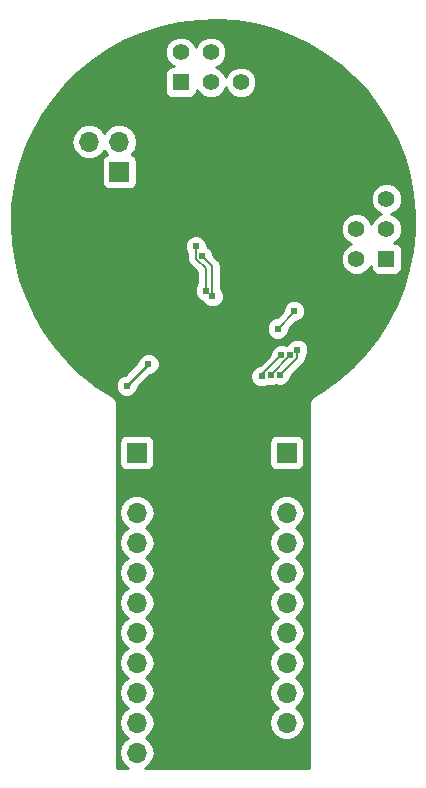
<source format=gbl>
G04 #@! TF.GenerationSoftware,KiCad,Pcbnew,5.0.2-bee76a0~70~ubuntu18.04.1*
G04 #@! TF.CreationDate,2019-11-25T00:10:04-05:00*
G04 #@! TF.ProjectId,328_Hacker,3332385f-4861-4636-9b65-722e6b696361,rev?*
G04 #@! TF.SameCoordinates,Original*
G04 #@! TF.FileFunction,Copper,L2,Bot*
G04 #@! TF.FilePolarity,Positive*
%FSLAX46Y46*%
G04 Gerber Fmt 4.6, Leading zero omitted, Abs format (unit mm)*
G04 Created by KiCad (PCBNEW 5.0.2-bee76a0~70~ubuntu18.04.1) date Mon 25 Nov 2019 12:10:04 AM EST*
%MOMM*%
%LPD*%
G01*
G04 APERTURE LIST*
G04 #@! TA.AperFunction,ComponentPad*
%ADD10R,1.400000X1.400000*%
G04 #@! TD*
G04 #@! TA.AperFunction,ComponentPad*
%ADD11C,1.400000*%
G04 #@! TD*
G04 #@! TA.AperFunction,ComponentPad*
%ADD12R,1.700000X1.700000*%
G04 #@! TD*
G04 #@! TA.AperFunction,ComponentPad*
%ADD13O,1.700000X1.700000*%
G04 #@! TD*
G04 #@! TA.AperFunction,ViaPad*
%ADD14C,0.609600*%
G04 #@! TD*
G04 #@! TA.AperFunction,Conductor*
%ADD15C,0.254000*%
G04 #@! TD*
G04 #@! TA.AperFunction,Conductor*
%ADD16C,0.152400*%
G04 #@! TD*
G04 APERTURE END LIST*
D10*
G04 #@! TO.P,J4,1*
G04 #@! TO.N,/MISO*
X67233800Y-29616400D03*
D11*
G04 #@! TO.P,J4,2*
G04 #@! TO.N,VCC*
X67233800Y-27076400D03*
G04 #@! TO.P,J4,3*
G04 #@! TO.N,/SCK*
X69773800Y-29616400D03*
G04 #@! TO.P,J4,4*
G04 #@! TO.N,/MOSI*
X69773800Y-27076400D03*
G04 #@! TO.P,J4,5*
G04 #@! TO.N,/~RESET*
X72313799Y-29616400D03*
G04 #@! TO.P,J4,6*
G04 #@! TO.N,GND*
X72313800Y-27076400D03*
G04 #@! TD*
G04 #@! TO.P,J3,6*
G04 #@! TO.N,GND*
X82113120Y-39476680D03*
G04 #@! TO.P,J3,5*
G04 #@! TO.N,Net-(J3-Pad5)*
X84653120Y-39476680D03*
G04 #@! TO.P,J3,4*
G04 #@! TO.N,/TxD*
X82113120Y-42016680D03*
G04 #@! TO.P,J3,3*
G04 #@! TO.N,/RxD*
X84653120Y-42016680D03*
G04 #@! TO.P,J3,2*
G04 #@! TO.N,VCC*
X82113120Y-44556680D03*
D10*
G04 #@! TO.P,J3,1*
G04 #@! TO.N,Net-(J3-Pad1)*
X84653120Y-44556680D03*
G04 #@! TD*
D12*
G04 #@! TO.P,J1,1*
G04 #@! TO.N,VCC*
X63500000Y-60960000D03*
D13*
G04 #@! TO.P,J1,2*
G04 #@! TO.N,GND*
X63500000Y-63500000D03*
G04 #@! TO.P,J1,3*
G04 #@! TO.N,/1L*
X63500000Y-66040000D03*
G04 #@! TO.P,J1,4*
G04 #@! TO.N,/2L*
X63500000Y-68580000D03*
G04 #@! TO.P,J1,5*
G04 #@! TO.N,/3L*
X63500000Y-71120000D03*
G04 #@! TO.P,J1,6*
G04 #@! TO.N,/4L*
X63500000Y-73660000D03*
G04 #@! TO.P,J1,7*
G04 #@! TO.N,/5L*
X63500000Y-76200000D03*
G04 #@! TO.P,J1,8*
G04 #@! TO.N,/6L*
X63500000Y-78740000D03*
G04 #@! TO.P,J1,9*
G04 #@! TO.N,/7L*
X63500000Y-81280000D03*
G04 #@! TO.P,J1,10*
G04 #@! TO.N,/8L*
X63500000Y-83820000D03*
G04 #@! TO.P,J1,11*
G04 #@! TO.N,/9L*
X63500000Y-86360000D03*
G04 #@! TD*
G04 #@! TO.P,J2,11*
G04 #@! TO.N,GND*
X76200000Y-86360000D03*
G04 #@! TO.P,J2,10*
G04 #@! TO.N,/10L*
X76200000Y-83820000D03*
G04 #@! TO.P,J2,9*
G04 #@! TO.N,/10R*
X76200000Y-81280000D03*
G04 #@! TO.P,J2,8*
G04 #@! TO.N,/9R*
X76200000Y-78740000D03*
G04 #@! TO.P,J2,7*
G04 #@! TO.N,/8R*
X76200000Y-76200000D03*
G04 #@! TO.P,J2,6*
G04 #@! TO.N,/7R*
X76200000Y-73660000D03*
G04 #@! TO.P,J2,5*
G04 #@! TO.N,/6R*
X76200000Y-71120000D03*
G04 #@! TO.P,J2,4*
G04 #@! TO.N,/5R*
X76200000Y-68580000D03*
G04 #@! TO.P,J2,3*
G04 #@! TO.N,/4R*
X76200000Y-66040000D03*
G04 #@! TO.P,J2,2*
G04 #@! TO.N,GND*
X76200000Y-63500000D03*
D12*
G04 #@! TO.P,J2,1*
G04 #@! TO.N,VCC*
X76200000Y-60960000D03*
G04 #@! TD*
G04 #@! TO.P,J5,1*
G04 #@! TO.N,/MISO*
X62026800Y-37185600D03*
D13*
G04 #@! TO.P,J5,2*
G04 #@! TO.N,/SCK*
X62026800Y-34645600D03*
G04 #@! TO.P,J5,3*
G04 #@! TO.N,GND*
X59486800Y-37185600D03*
G04 #@! TO.P,J5,4*
G04 #@! TO.N,/MOSI*
X59486800Y-34645600D03*
G04 #@! TD*
D14*
G04 #@! TO.N,GND*
X75984100Y-40690800D03*
X71592440Y-44084240D03*
X76370180Y-47696120D03*
X72138540Y-49070260D03*
X68130420Y-53060600D03*
X56489600Y-43230800D03*
G04 #@! TO.N,VCC*
X64499838Y-53457762D03*
X62653296Y-55304304D03*
G04 #@! TO.N,/6R*
X75742800Y-52730400D03*
X74073947Y-54501641D03*
G04 #@! TO.N,/5R*
X76504801Y-52730401D03*
X74879200Y-54381400D03*
G04 #@! TO.N,/4R*
X77103223Y-52258663D03*
X75641200Y-54381400D03*
G04 #@! TO.N,/MISO*
X69920555Y-47739904D03*
X69044582Y-44312640D03*
G04 #@! TO.N,/MOSI*
X69342000Y-47244000D03*
X68511182Y-43474441D03*
G04 #@! TO.N,/~RESET*
X75439017Y-50460617D03*
X76832460Y-48961028D03*
G04 #@! TD*
D15*
G04 #@! TO.N,VCC*
X64499838Y-53457762D02*
X62653296Y-55304304D01*
D16*
G04 #@! TO.N,/6R*
X75742800Y-52730400D02*
X74320400Y-54152800D01*
X74073947Y-54399253D02*
X74320400Y-54152800D01*
X74073947Y-54501641D02*
X74073947Y-54399253D01*
G04 #@! TO.N,/5R*
X76504801Y-52730401D02*
X74879200Y-54356002D01*
X74879200Y-54356002D02*
X74879200Y-54381400D01*
G04 #@! TO.N,/4R*
X77103223Y-52258663D02*
X77103223Y-52919377D01*
X77103223Y-52919377D02*
X75641200Y-54381400D01*
G04 #@! TO.N,/MISO*
X69920555Y-47739904D02*
X69920555Y-45188613D01*
X69920555Y-45188613D02*
X69044582Y-44312640D01*
G04 #@! TO.N,/MOSI*
X69342000Y-47244000D02*
X69342000Y-45364400D01*
X68511182Y-43484428D02*
X68511182Y-43474441D01*
X69342000Y-45364400D02*
X68511181Y-44533581D01*
X68511181Y-44533581D02*
X68511182Y-43484428D01*
G04 #@! TO.N,/~RESET*
X75439017Y-50460617D02*
X76832460Y-49067174D01*
X76832460Y-49067174D02*
X76832460Y-48961028D01*
G04 #@! TD*
D15*
G04 #@! TO.N,GND*
G36*
X71920769Y-24460160D02*
X73505444Y-24719660D01*
X75058672Y-25127143D01*
X76566649Y-25678984D01*
X78015995Y-26370286D01*
X79393863Y-27194923D01*
X80688014Y-28145570D01*
X81886947Y-29213781D01*
X82980036Y-30390086D01*
X83957578Y-31664042D01*
X84810891Y-33024339D01*
X85532395Y-34458891D01*
X86115699Y-35954986D01*
X86555619Y-37499338D01*
X86848248Y-39078225D01*
X86990993Y-40677650D01*
X86982584Y-42283410D01*
X86823098Y-43881256D01*
X86513952Y-45456990D01*
X86057887Y-46996643D01*
X85458947Y-48486551D01*
X84722454Y-49913482D01*
X83854950Y-51264759D01*
X82864122Y-52528408D01*
X81758780Y-53693198D01*
X80548721Y-54748799D01*
X79238426Y-55690342D01*
X78579634Y-56094051D01*
X78564977Y-56096966D01*
X78321855Y-56259415D01*
X78159406Y-56502538D01*
X78116760Y-56716933D01*
X78116761Y-87646388D01*
X64247713Y-87646388D01*
X64570625Y-87430625D01*
X64898839Y-86939418D01*
X65014092Y-86360000D01*
X64898839Y-85780582D01*
X64570625Y-85289375D01*
X64272239Y-85090000D01*
X64570625Y-84890625D01*
X64898839Y-84399418D01*
X65014092Y-83820000D01*
X64898839Y-83240582D01*
X64570625Y-82749375D01*
X64272239Y-82550000D01*
X64570625Y-82350625D01*
X64898839Y-81859418D01*
X65014092Y-81280000D01*
X64898839Y-80700582D01*
X64570625Y-80209375D01*
X64272239Y-80010000D01*
X64570625Y-79810625D01*
X64898839Y-79319418D01*
X65014092Y-78740000D01*
X64898839Y-78160582D01*
X64570625Y-77669375D01*
X64272239Y-77470000D01*
X64570625Y-77270625D01*
X64898839Y-76779418D01*
X65014092Y-76200000D01*
X64898839Y-75620582D01*
X64570625Y-75129375D01*
X64272239Y-74930000D01*
X64570625Y-74730625D01*
X64898839Y-74239418D01*
X65014092Y-73660000D01*
X64898839Y-73080582D01*
X64570625Y-72589375D01*
X64272239Y-72390000D01*
X64570625Y-72190625D01*
X64898839Y-71699418D01*
X65014092Y-71120000D01*
X64898839Y-70540582D01*
X64570625Y-70049375D01*
X64272239Y-69850000D01*
X64570625Y-69650625D01*
X64898839Y-69159418D01*
X65014092Y-68580000D01*
X64898839Y-68000582D01*
X64570625Y-67509375D01*
X64272239Y-67310000D01*
X64570625Y-67110625D01*
X64898839Y-66619418D01*
X65014092Y-66040000D01*
X74685908Y-66040000D01*
X74801161Y-66619418D01*
X75129375Y-67110625D01*
X75427761Y-67310000D01*
X75129375Y-67509375D01*
X74801161Y-68000582D01*
X74685908Y-68580000D01*
X74801161Y-69159418D01*
X75129375Y-69650625D01*
X75427761Y-69850000D01*
X75129375Y-70049375D01*
X74801161Y-70540582D01*
X74685908Y-71120000D01*
X74801161Y-71699418D01*
X75129375Y-72190625D01*
X75427761Y-72390000D01*
X75129375Y-72589375D01*
X74801161Y-73080582D01*
X74685908Y-73660000D01*
X74801161Y-74239418D01*
X75129375Y-74730625D01*
X75427761Y-74930000D01*
X75129375Y-75129375D01*
X74801161Y-75620582D01*
X74685908Y-76200000D01*
X74801161Y-76779418D01*
X75129375Y-77270625D01*
X75427761Y-77470000D01*
X75129375Y-77669375D01*
X74801161Y-78160582D01*
X74685908Y-78740000D01*
X74801161Y-79319418D01*
X75129375Y-79810625D01*
X75427761Y-80010000D01*
X75129375Y-80209375D01*
X74801161Y-80700582D01*
X74685908Y-81280000D01*
X74801161Y-81859418D01*
X75129375Y-82350625D01*
X75427761Y-82550000D01*
X75129375Y-82749375D01*
X74801161Y-83240582D01*
X74685908Y-83820000D01*
X74801161Y-84399418D01*
X75129375Y-84890625D01*
X75620582Y-85218839D01*
X76053744Y-85305000D01*
X76346256Y-85305000D01*
X76779418Y-85218839D01*
X77270625Y-84890625D01*
X77598839Y-84399418D01*
X77714092Y-83820000D01*
X77598839Y-83240582D01*
X77270625Y-82749375D01*
X76972239Y-82550000D01*
X77270625Y-82350625D01*
X77598839Y-81859418D01*
X77714092Y-81280000D01*
X77598839Y-80700582D01*
X77270625Y-80209375D01*
X76972239Y-80010000D01*
X77270625Y-79810625D01*
X77598839Y-79319418D01*
X77714092Y-78740000D01*
X77598839Y-78160582D01*
X77270625Y-77669375D01*
X76972239Y-77470000D01*
X77270625Y-77270625D01*
X77598839Y-76779418D01*
X77714092Y-76200000D01*
X77598839Y-75620582D01*
X77270625Y-75129375D01*
X76972239Y-74930000D01*
X77270625Y-74730625D01*
X77598839Y-74239418D01*
X77714092Y-73660000D01*
X77598839Y-73080582D01*
X77270625Y-72589375D01*
X76972239Y-72390000D01*
X77270625Y-72190625D01*
X77598839Y-71699418D01*
X77714092Y-71120000D01*
X77598839Y-70540582D01*
X77270625Y-70049375D01*
X76972239Y-69850000D01*
X77270625Y-69650625D01*
X77598839Y-69159418D01*
X77714092Y-68580000D01*
X77598839Y-68000582D01*
X77270625Y-67509375D01*
X76972239Y-67310000D01*
X77270625Y-67110625D01*
X77598839Y-66619418D01*
X77714092Y-66040000D01*
X77598839Y-65460582D01*
X77270625Y-64969375D01*
X76779418Y-64641161D01*
X76346256Y-64555000D01*
X76053744Y-64555000D01*
X75620582Y-64641161D01*
X75129375Y-64969375D01*
X74801161Y-65460582D01*
X74685908Y-66040000D01*
X65014092Y-66040000D01*
X64898839Y-65460582D01*
X64570625Y-64969375D01*
X64079418Y-64641161D01*
X63646256Y-64555000D01*
X63353744Y-64555000D01*
X62920582Y-64641161D01*
X62429375Y-64969375D01*
X62101161Y-65460582D01*
X61985908Y-66040000D01*
X62101161Y-66619418D01*
X62429375Y-67110625D01*
X62727761Y-67310000D01*
X62429375Y-67509375D01*
X62101161Y-68000582D01*
X61985908Y-68580000D01*
X62101161Y-69159418D01*
X62429375Y-69650625D01*
X62727761Y-69850000D01*
X62429375Y-70049375D01*
X62101161Y-70540582D01*
X61985908Y-71120000D01*
X62101161Y-71699418D01*
X62429375Y-72190625D01*
X62727761Y-72390000D01*
X62429375Y-72589375D01*
X62101161Y-73080582D01*
X61985908Y-73660000D01*
X62101161Y-74239418D01*
X62429375Y-74730625D01*
X62727761Y-74930000D01*
X62429375Y-75129375D01*
X62101161Y-75620582D01*
X61985908Y-76200000D01*
X62101161Y-76779418D01*
X62429375Y-77270625D01*
X62727761Y-77470000D01*
X62429375Y-77669375D01*
X62101161Y-78160582D01*
X61985908Y-78740000D01*
X62101161Y-79319418D01*
X62429375Y-79810625D01*
X62727761Y-80010000D01*
X62429375Y-80209375D01*
X62101161Y-80700582D01*
X61985908Y-81280000D01*
X62101161Y-81859418D01*
X62429375Y-82350625D01*
X62727761Y-82550000D01*
X62429375Y-82749375D01*
X62101161Y-83240582D01*
X61985908Y-83820000D01*
X62101161Y-84399418D01*
X62429375Y-84890625D01*
X62727761Y-85090000D01*
X62429375Y-85289375D01*
X62101161Y-85780582D01*
X61985908Y-86360000D01*
X62101161Y-86939418D01*
X62429375Y-87430625D01*
X62752287Y-87646388D01*
X61806760Y-87646388D01*
X61806760Y-60110000D01*
X62002560Y-60110000D01*
X62002560Y-61810000D01*
X62051843Y-62057765D01*
X62192191Y-62267809D01*
X62402235Y-62408157D01*
X62650000Y-62457440D01*
X64350000Y-62457440D01*
X64597765Y-62408157D01*
X64807809Y-62267809D01*
X64948157Y-62057765D01*
X64997440Y-61810000D01*
X64997440Y-60110000D01*
X74702560Y-60110000D01*
X74702560Y-61810000D01*
X74751843Y-62057765D01*
X74892191Y-62267809D01*
X75102235Y-62408157D01*
X75350000Y-62457440D01*
X77050000Y-62457440D01*
X77297765Y-62408157D01*
X77507809Y-62267809D01*
X77648157Y-62057765D01*
X77697440Y-61810000D01*
X77697440Y-60110000D01*
X77648157Y-59862235D01*
X77507809Y-59652191D01*
X77297765Y-59511843D01*
X77050000Y-59462560D01*
X75350000Y-59462560D01*
X75102235Y-59511843D01*
X74892191Y-59652191D01*
X74751843Y-59862235D01*
X74702560Y-60110000D01*
X64997440Y-60110000D01*
X64948157Y-59862235D01*
X64807809Y-59652191D01*
X64597765Y-59511843D01*
X64350000Y-59462560D01*
X62650000Y-59462560D01*
X62402235Y-59511843D01*
X62192191Y-59652191D01*
X62051843Y-59862235D01*
X62002560Y-60110000D01*
X61806760Y-60110000D01*
X61806760Y-56716932D01*
X61764114Y-56502537D01*
X61601665Y-56259415D01*
X61358542Y-56096966D01*
X61351690Y-56095603D01*
X60088389Y-55284578D01*
X59875136Y-55117366D01*
X61713496Y-55117366D01*
X61713496Y-55491242D01*
X61856572Y-55836658D01*
X62120942Y-56101028D01*
X62466358Y-56244104D01*
X62840234Y-56244104D01*
X63185650Y-56101028D01*
X63450020Y-55836658D01*
X63593096Y-55491242D01*
X63593096Y-55442134D01*
X64637669Y-54397562D01*
X64686776Y-54397562D01*
X64886815Y-54314703D01*
X73134147Y-54314703D01*
X73134147Y-54688579D01*
X73277223Y-55033995D01*
X73541593Y-55298365D01*
X73887009Y-55441441D01*
X74260885Y-55441441D01*
X74606301Y-55298365D01*
X74615332Y-55289334D01*
X74692262Y-55321200D01*
X75066138Y-55321200D01*
X75260200Y-55240817D01*
X75454262Y-55321200D01*
X75828138Y-55321200D01*
X76173554Y-55178124D01*
X76437924Y-54913754D01*
X76581000Y-54568338D01*
X76581000Y-54447388D01*
X77556590Y-53471799D01*
X77615969Y-53432123D01*
X77655645Y-53372744D01*
X77655647Y-53372742D01*
X77732956Y-53257041D01*
X77773159Y-53196873D01*
X77814423Y-52989423D01*
X77814423Y-52989419D01*
X77828355Y-52919377D01*
X77818937Y-52872027D01*
X77899947Y-52791017D01*
X78043023Y-52445601D01*
X78043023Y-52071725D01*
X77899947Y-51726309D01*
X77635577Y-51461939D01*
X77290161Y-51318863D01*
X76916285Y-51318863D01*
X76570869Y-51461939D01*
X76306499Y-51726309D01*
X76271999Y-51809598D01*
X76123802Y-51870984D01*
X75929738Y-51790600D01*
X75555862Y-51790600D01*
X75210446Y-51933676D01*
X74946076Y-52198046D01*
X74803000Y-52543462D01*
X74803000Y-52664411D01*
X73905571Y-53561841D01*
X73887009Y-53561841D01*
X73541593Y-53704917D01*
X73277223Y-53969287D01*
X73134147Y-54314703D01*
X64886815Y-54314703D01*
X65032192Y-54254486D01*
X65296562Y-53990116D01*
X65439638Y-53644700D01*
X65439638Y-53270824D01*
X65296562Y-52925408D01*
X65032192Y-52661038D01*
X64686776Y-52517962D01*
X64312900Y-52517962D01*
X63967484Y-52661038D01*
X63703114Y-52925408D01*
X63560038Y-53270824D01*
X63560038Y-53319931D01*
X62515466Y-54364504D01*
X62466358Y-54364504D01*
X62120942Y-54507580D01*
X61856572Y-54771950D01*
X61713496Y-55117366D01*
X59875136Y-55117366D01*
X58824740Y-54293750D01*
X57659950Y-53188408D01*
X56604349Y-51978349D01*
X55667308Y-50674320D01*
X55433193Y-50273679D01*
X74499217Y-50273679D01*
X74499217Y-50647555D01*
X74642293Y-50992971D01*
X74906663Y-51257341D01*
X75252079Y-51400417D01*
X75625955Y-51400417D01*
X75971371Y-51257341D01*
X76235741Y-50992971D01*
X76378817Y-50647555D01*
X76378817Y-50526605D01*
X77004595Y-49900828D01*
X77019398Y-49900828D01*
X77364814Y-49757752D01*
X77629184Y-49493382D01*
X77772260Y-49147966D01*
X77772260Y-48774090D01*
X77629184Y-48428674D01*
X77364814Y-48164304D01*
X77019398Y-48021228D01*
X76645522Y-48021228D01*
X76300106Y-48164304D01*
X76035736Y-48428674D01*
X75892660Y-48774090D01*
X75892660Y-49001185D01*
X75373029Y-49520817D01*
X75252079Y-49520817D01*
X74906663Y-49663893D01*
X74642293Y-49928263D01*
X74499217Y-50273679D01*
X55433193Y-50273679D01*
X54857144Y-49287892D01*
X54181056Y-47831384D01*
X53645032Y-46317705D01*
X53253838Y-44760296D01*
X53028470Y-43287503D01*
X67571382Y-43287503D01*
X67571382Y-43661379D01*
X67714458Y-44006795D01*
X67799982Y-44092319D01*
X67799981Y-44463538D01*
X67786049Y-44533581D01*
X67799981Y-44603622D01*
X67799981Y-44603626D01*
X67841245Y-44811076D01*
X67868359Y-44851654D01*
X67958757Y-44986945D01*
X67958759Y-44986947D01*
X67998435Y-45046326D01*
X68057814Y-45086002D01*
X68630801Y-45658989D01*
X68630800Y-46626122D01*
X68545276Y-46711646D01*
X68402200Y-47057062D01*
X68402200Y-47430938D01*
X68545276Y-47776354D01*
X68809646Y-48040724D01*
X69073134Y-48149864D01*
X69123831Y-48272258D01*
X69388201Y-48536628D01*
X69733617Y-48679704D01*
X70107493Y-48679704D01*
X70452909Y-48536628D01*
X70717279Y-48272258D01*
X70860355Y-47926842D01*
X70860355Y-47552966D01*
X70717279Y-47207550D01*
X70631755Y-47122026D01*
X70631755Y-45258655D01*
X70645687Y-45188613D01*
X70631755Y-45118571D01*
X70631755Y-45118567D01*
X70590491Y-44911117D01*
X70523646Y-44811077D01*
X70472979Y-44735248D01*
X70472977Y-44735246D01*
X70433301Y-44675867D01*
X70373922Y-44636191D01*
X69984382Y-44246652D01*
X69984382Y-44125702D01*
X69841306Y-43780286D01*
X69576936Y-43515916D01*
X69450982Y-43463744D01*
X69450982Y-43287503D01*
X69307906Y-42942087D01*
X69043536Y-42677717D01*
X68698120Y-42534641D01*
X68324244Y-42534641D01*
X67978828Y-42677717D01*
X67714458Y-42942087D01*
X67571382Y-43287503D01*
X53028470Y-43287503D01*
X53010946Y-43172987D01*
X52928963Y-41751132D01*
X80778120Y-41751132D01*
X80778120Y-42282228D01*
X80981362Y-42772897D01*
X81356903Y-43148438D01*
X81690648Y-43286680D01*
X81356903Y-43424922D01*
X80981362Y-43800463D01*
X80778120Y-44291132D01*
X80778120Y-44822228D01*
X80981362Y-45312897D01*
X81356903Y-45688438D01*
X81847572Y-45891680D01*
X82378668Y-45891680D01*
X82869337Y-45688438D01*
X83244878Y-45312897D01*
X83305680Y-45166108D01*
X83305680Y-45256680D01*
X83354963Y-45504445D01*
X83495311Y-45714489D01*
X83705355Y-45854837D01*
X83953120Y-45904120D01*
X85353120Y-45904120D01*
X85600885Y-45854837D01*
X85810929Y-45714489D01*
X85951277Y-45504445D01*
X86000560Y-45256680D01*
X86000560Y-43856680D01*
X85951277Y-43608915D01*
X85810929Y-43398871D01*
X85600885Y-43258523D01*
X85353120Y-43209240D01*
X85262548Y-43209240D01*
X85409337Y-43148438D01*
X85784878Y-42772897D01*
X85988120Y-42282228D01*
X85988120Y-41751132D01*
X85784878Y-41260463D01*
X85409337Y-40884922D01*
X85075592Y-40746680D01*
X85409337Y-40608438D01*
X85784878Y-40232897D01*
X85988120Y-39742228D01*
X85988120Y-39211132D01*
X85784878Y-38720463D01*
X85409337Y-38344922D01*
X84918668Y-38141680D01*
X84387572Y-38141680D01*
X83896903Y-38344922D01*
X83521362Y-38720463D01*
X83318120Y-39211132D01*
X83318120Y-39742228D01*
X83521362Y-40232897D01*
X83896903Y-40608438D01*
X84230648Y-40746680D01*
X83896903Y-40884922D01*
X83521362Y-41260463D01*
X83383120Y-41594208D01*
X83244878Y-41260463D01*
X82869337Y-40884922D01*
X82378668Y-40681680D01*
X81847572Y-40681680D01*
X81356903Y-40884922D01*
X80981362Y-41260463D01*
X80778120Y-41751132D01*
X52928963Y-41751132D01*
X52918511Y-41569870D01*
X52977353Y-39965172D01*
X53186949Y-38373129D01*
X53545440Y-36807871D01*
X54049644Y-35283300D01*
X54329574Y-34645600D01*
X57972708Y-34645600D01*
X58087961Y-35225018D01*
X58416175Y-35716225D01*
X58907382Y-36044439D01*
X59340544Y-36130600D01*
X59633056Y-36130600D01*
X60066218Y-36044439D01*
X60557425Y-35716225D01*
X60756800Y-35417839D01*
X60956175Y-35716225D01*
X60974419Y-35728416D01*
X60929035Y-35737443D01*
X60718991Y-35877791D01*
X60578643Y-36087835D01*
X60529360Y-36335600D01*
X60529360Y-38035600D01*
X60578643Y-38283365D01*
X60718991Y-38493409D01*
X60929035Y-38633757D01*
X61176800Y-38683040D01*
X62876800Y-38683040D01*
X63124565Y-38633757D01*
X63334609Y-38493409D01*
X63474957Y-38283365D01*
X63524240Y-38035600D01*
X63524240Y-36335600D01*
X63474957Y-36087835D01*
X63334609Y-35877791D01*
X63124565Y-35737443D01*
X63079181Y-35728416D01*
X63097425Y-35716225D01*
X63425639Y-35225018D01*
X63540892Y-34645600D01*
X63425639Y-34066182D01*
X63097425Y-33574975D01*
X62606218Y-33246761D01*
X62173056Y-33160600D01*
X61880544Y-33160600D01*
X61447382Y-33246761D01*
X60956175Y-33574975D01*
X60756800Y-33873361D01*
X60557425Y-33574975D01*
X60066218Y-33246761D01*
X59633056Y-33160600D01*
X59340544Y-33160600D01*
X58907382Y-33246761D01*
X58416175Y-33574975D01*
X58087961Y-34066182D01*
X57972708Y-34645600D01*
X54329574Y-34645600D01*
X54695085Y-33812945D01*
X55476032Y-32409860D01*
X56385560Y-31086488D01*
X57415580Y-29854596D01*
X58363652Y-28916400D01*
X65886360Y-28916400D01*
X65886360Y-30316400D01*
X65935643Y-30564165D01*
X66075991Y-30774209D01*
X66286035Y-30914557D01*
X66533800Y-30963840D01*
X67933800Y-30963840D01*
X68181565Y-30914557D01*
X68391609Y-30774209D01*
X68531957Y-30564165D01*
X68581240Y-30316400D01*
X68581240Y-30225828D01*
X68642042Y-30372617D01*
X69017583Y-30748158D01*
X69508252Y-30951400D01*
X70039348Y-30951400D01*
X70530017Y-30748158D01*
X70905558Y-30372617D01*
X71043800Y-30038873D01*
X71182041Y-30372617D01*
X71557582Y-30748158D01*
X72048251Y-30951400D01*
X72579347Y-30951400D01*
X73070016Y-30748158D01*
X73445557Y-30372617D01*
X73648799Y-29881948D01*
X73648799Y-29350852D01*
X73445557Y-28860183D01*
X73070016Y-28484642D01*
X72579347Y-28281400D01*
X72048251Y-28281400D01*
X71557582Y-28484642D01*
X71182041Y-28860183D01*
X71043800Y-29193927D01*
X70905558Y-28860183D01*
X70530017Y-28484642D01*
X70196272Y-28346400D01*
X70530017Y-28208158D01*
X70905558Y-27832617D01*
X71108800Y-27341948D01*
X71108800Y-26810852D01*
X70905558Y-26320183D01*
X70530017Y-25944642D01*
X70039348Y-25741400D01*
X69508252Y-25741400D01*
X69017583Y-25944642D01*
X68642042Y-26320183D01*
X68503800Y-26653928D01*
X68365558Y-26320183D01*
X67990017Y-25944642D01*
X67499348Y-25741400D01*
X66968252Y-25741400D01*
X66477583Y-25944642D01*
X66102042Y-26320183D01*
X65898800Y-26810852D01*
X65898800Y-27341948D01*
X66102042Y-27832617D01*
X66477583Y-28208158D01*
X66624372Y-28268960D01*
X66533800Y-28268960D01*
X66286035Y-28318243D01*
X66075991Y-28458591D01*
X65935643Y-28668635D01*
X65886360Y-28916400D01*
X58363652Y-28916400D01*
X58556980Y-28725087D01*
X59799589Y-27708023D01*
X61132408Y-26812405D01*
X62543604Y-26046189D01*
X64020636Y-25416181D01*
X65550401Y-24927971D01*
X67119312Y-24585892D01*
X68713479Y-24392977D01*
X70318704Y-24350942D01*
X71920769Y-24460160D01*
X71920769Y-24460160D01*
G37*
X71920769Y-24460160D02*
X73505444Y-24719660D01*
X75058672Y-25127143D01*
X76566649Y-25678984D01*
X78015995Y-26370286D01*
X79393863Y-27194923D01*
X80688014Y-28145570D01*
X81886947Y-29213781D01*
X82980036Y-30390086D01*
X83957578Y-31664042D01*
X84810891Y-33024339D01*
X85532395Y-34458891D01*
X86115699Y-35954986D01*
X86555619Y-37499338D01*
X86848248Y-39078225D01*
X86990993Y-40677650D01*
X86982584Y-42283410D01*
X86823098Y-43881256D01*
X86513952Y-45456990D01*
X86057887Y-46996643D01*
X85458947Y-48486551D01*
X84722454Y-49913482D01*
X83854950Y-51264759D01*
X82864122Y-52528408D01*
X81758780Y-53693198D01*
X80548721Y-54748799D01*
X79238426Y-55690342D01*
X78579634Y-56094051D01*
X78564977Y-56096966D01*
X78321855Y-56259415D01*
X78159406Y-56502538D01*
X78116760Y-56716933D01*
X78116761Y-87646388D01*
X64247713Y-87646388D01*
X64570625Y-87430625D01*
X64898839Y-86939418D01*
X65014092Y-86360000D01*
X64898839Y-85780582D01*
X64570625Y-85289375D01*
X64272239Y-85090000D01*
X64570625Y-84890625D01*
X64898839Y-84399418D01*
X65014092Y-83820000D01*
X64898839Y-83240582D01*
X64570625Y-82749375D01*
X64272239Y-82550000D01*
X64570625Y-82350625D01*
X64898839Y-81859418D01*
X65014092Y-81280000D01*
X64898839Y-80700582D01*
X64570625Y-80209375D01*
X64272239Y-80010000D01*
X64570625Y-79810625D01*
X64898839Y-79319418D01*
X65014092Y-78740000D01*
X64898839Y-78160582D01*
X64570625Y-77669375D01*
X64272239Y-77470000D01*
X64570625Y-77270625D01*
X64898839Y-76779418D01*
X65014092Y-76200000D01*
X64898839Y-75620582D01*
X64570625Y-75129375D01*
X64272239Y-74930000D01*
X64570625Y-74730625D01*
X64898839Y-74239418D01*
X65014092Y-73660000D01*
X64898839Y-73080582D01*
X64570625Y-72589375D01*
X64272239Y-72390000D01*
X64570625Y-72190625D01*
X64898839Y-71699418D01*
X65014092Y-71120000D01*
X64898839Y-70540582D01*
X64570625Y-70049375D01*
X64272239Y-69850000D01*
X64570625Y-69650625D01*
X64898839Y-69159418D01*
X65014092Y-68580000D01*
X64898839Y-68000582D01*
X64570625Y-67509375D01*
X64272239Y-67310000D01*
X64570625Y-67110625D01*
X64898839Y-66619418D01*
X65014092Y-66040000D01*
X74685908Y-66040000D01*
X74801161Y-66619418D01*
X75129375Y-67110625D01*
X75427761Y-67310000D01*
X75129375Y-67509375D01*
X74801161Y-68000582D01*
X74685908Y-68580000D01*
X74801161Y-69159418D01*
X75129375Y-69650625D01*
X75427761Y-69850000D01*
X75129375Y-70049375D01*
X74801161Y-70540582D01*
X74685908Y-71120000D01*
X74801161Y-71699418D01*
X75129375Y-72190625D01*
X75427761Y-72390000D01*
X75129375Y-72589375D01*
X74801161Y-73080582D01*
X74685908Y-73660000D01*
X74801161Y-74239418D01*
X75129375Y-74730625D01*
X75427761Y-74930000D01*
X75129375Y-75129375D01*
X74801161Y-75620582D01*
X74685908Y-76200000D01*
X74801161Y-76779418D01*
X75129375Y-77270625D01*
X75427761Y-77470000D01*
X75129375Y-77669375D01*
X74801161Y-78160582D01*
X74685908Y-78740000D01*
X74801161Y-79319418D01*
X75129375Y-79810625D01*
X75427761Y-80010000D01*
X75129375Y-80209375D01*
X74801161Y-80700582D01*
X74685908Y-81280000D01*
X74801161Y-81859418D01*
X75129375Y-82350625D01*
X75427761Y-82550000D01*
X75129375Y-82749375D01*
X74801161Y-83240582D01*
X74685908Y-83820000D01*
X74801161Y-84399418D01*
X75129375Y-84890625D01*
X75620582Y-85218839D01*
X76053744Y-85305000D01*
X76346256Y-85305000D01*
X76779418Y-85218839D01*
X77270625Y-84890625D01*
X77598839Y-84399418D01*
X77714092Y-83820000D01*
X77598839Y-83240582D01*
X77270625Y-82749375D01*
X76972239Y-82550000D01*
X77270625Y-82350625D01*
X77598839Y-81859418D01*
X77714092Y-81280000D01*
X77598839Y-80700582D01*
X77270625Y-80209375D01*
X76972239Y-80010000D01*
X77270625Y-79810625D01*
X77598839Y-79319418D01*
X77714092Y-78740000D01*
X77598839Y-78160582D01*
X77270625Y-77669375D01*
X76972239Y-77470000D01*
X77270625Y-77270625D01*
X77598839Y-76779418D01*
X77714092Y-76200000D01*
X77598839Y-75620582D01*
X77270625Y-75129375D01*
X76972239Y-74930000D01*
X77270625Y-74730625D01*
X77598839Y-74239418D01*
X77714092Y-73660000D01*
X77598839Y-73080582D01*
X77270625Y-72589375D01*
X76972239Y-72390000D01*
X77270625Y-72190625D01*
X77598839Y-71699418D01*
X77714092Y-71120000D01*
X77598839Y-70540582D01*
X77270625Y-70049375D01*
X76972239Y-69850000D01*
X77270625Y-69650625D01*
X77598839Y-69159418D01*
X77714092Y-68580000D01*
X77598839Y-68000582D01*
X77270625Y-67509375D01*
X76972239Y-67310000D01*
X77270625Y-67110625D01*
X77598839Y-66619418D01*
X77714092Y-66040000D01*
X77598839Y-65460582D01*
X77270625Y-64969375D01*
X76779418Y-64641161D01*
X76346256Y-64555000D01*
X76053744Y-64555000D01*
X75620582Y-64641161D01*
X75129375Y-64969375D01*
X74801161Y-65460582D01*
X74685908Y-66040000D01*
X65014092Y-66040000D01*
X64898839Y-65460582D01*
X64570625Y-64969375D01*
X64079418Y-64641161D01*
X63646256Y-64555000D01*
X63353744Y-64555000D01*
X62920582Y-64641161D01*
X62429375Y-64969375D01*
X62101161Y-65460582D01*
X61985908Y-66040000D01*
X62101161Y-66619418D01*
X62429375Y-67110625D01*
X62727761Y-67310000D01*
X62429375Y-67509375D01*
X62101161Y-68000582D01*
X61985908Y-68580000D01*
X62101161Y-69159418D01*
X62429375Y-69650625D01*
X62727761Y-69850000D01*
X62429375Y-70049375D01*
X62101161Y-70540582D01*
X61985908Y-71120000D01*
X62101161Y-71699418D01*
X62429375Y-72190625D01*
X62727761Y-72390000D01*
X62429375Y-72589375D01*
X62101161Y-73080582D01*
X61985908Y-73660000D01*
X62101161Y-74239418D01*
X62429375Y-74730625D01*
X62727761Y-74930000D01*
X62429375Y-75129375D01*
X62101161Y-75620582D01*
X61985908Y-76200000D01*
X62101161Y-76779418D01*
X62429375Y-77270625D01*
X62727761Y-77470000D01*
X62429375Y-77669375D01*
X62101161Y-78160582D01*
X61985908Y-78740000D01*
X62101161Y-79319418D01*
X62429375Y-79810625D01*
X62727761Y-80010000D01*
X62429375Y-80209375D01*
X62101161Y-80700582D01*
X61985908Y-81280000D01*
X62101161Y-81859418D01*
X62429375Y-82350625D01*
X62727761Y-82550000D01*
X62429375Y-82749375D01*
X62101161Y-83240582D01*
X61985908Y-83820000D01*
X62101161Y-84399418D01*
X62429375Y-84890625D01*
X62727761Y-85090000D01*
X62429375Y-85289375D01*
X62101161Y-85780582D01*
X61985908Y-86360000D01*
X62101161Y-86939418D01*
X62429375Y-87430625D01*
X62752287Y-87646388D01*
X61806760Y-87646388D01*
X61806760Y-60110000D01*
X62002560Y-60110000D01*
X62002560Y-61810000D01*
X62051843Y-62057765D01*
X62192191Y-62267809D01*
X62402235Y-62408157D01*
X62650000Y-62457440D01*
X64350000Y-62457440D01*
X64597765Y-62408157D01*
X64807809Y-62267809D01*
X64948157Y-62057765D01*
X64997440Y-61810000D01*
X64997440Y-60110000D01*
X74702560Y-60110000D01*
X74702560Y-61810000D01*
X74751843Y-62057765D01*
X74892191Y-62267809D01*
X75102235Y-62408157D01*
X75350000Y-62457440D01*
X77050000Y-62457440D01*
X77297765Y-62408157D01*
X77507809Y-62267809D01*
X77648157Y-62057765D01*
X77697440Y-61810000D01*
X77697440Y-60110000D01*
X77648157Y-59862235D01*
X77507809Y-59652191D01*
X77297765Y-59511843D01*
X77050000Y-59462560D01*
X75350000Y-59462560D01*
X75102235Y-59511843D01*
X74892191Y-59652191D01*
X74751843Y-59862235D01*
X74702560Y-60110000D01*
X64997440Y-60110000D01*
X64948157Y-59862235D01*
X64807809Y-59652191D01*
X64597765Y-59511843D01*
X64350000Y-59462560D01*
X62650000Y-59462560D01*
X62402235Y-59511843D01*
X62192191Y-59652191D01*
X62051843Y-59862235D01*
X62002560Y-60110000D01*
X61806760Y-60110000D01*
X61806760Y-56716932D01*
X61764114Y-56502537D01*
X61601665Y-56259415D01*
X61358542Y-56096966D01*
X61351690Y-56095603D01*
X60088389Y-55284578D01*
X59875136Y-55117366D01*
X61713496Y-55117366D01*
X61713496Y-55491242D01*
X61856572Y-55836658D01*
X62120942Y-56101028D01*
X62466358Y-56244104D01*
X62840234Y-56244104D01*
X63185650Y-56101028D01*
X63450020Y-55836658D01*
X63593096Y-55491242D01*
X63593096Y-55442134D01*
X64637669Y-54397562D01*
X64686776Y-54397562D01*
X64886815Y-54314703D01*
X73134147Y-54314703D01*
X73134147Y-54688579D01*
X73277223Y-55033995D01*
X73541593Y-55298365D01*
X73887009Y-55441441D01*
X74260885Y-55441441D01*
X74606301Y-55298365D01*
X74615332Y-55289334D01*
X74692262Y-55321200D01*
X75066138Y-55321200D01*
X75260200Y-55240817D01*
X75454262Y-55321200D01*
X75828138Y-55321200D01*
X76173554Y-55178124D01*
X76437924Y-54913754D01*
X76581000Y-54568338D01*
X76581000Y-54447388D01*
X77556590Y-53471799D01*
X77615969Y-53432123D01*
X77655645Y-53372744D01*
X77655647Y-53372742D01*
X77732956Y-53257041D01*
X77773159Y-53196873D01*
X77814423Y-52989423D01*
X77814423Y-52989419D01*
X77828355Y-52919377D01*
X77818937Y-52872027D01*
X77899947Y-52791017D01*
X78043023Y-52445601D01*
X78043023Y-52071725D01*
X77899947Y-51726309D01*
X77635577Y-51461939D01*
X77290161Y-51318863D01*
X76916285Y-51318863D01*
X76570869Y-51461939D01*
X76306499Y-51726309D01*
X76271999Y-51809598D01*
X76123802Y-51870984D01*
X75929738Y-51790600D01*
X75555862Y-51790600D01*
X75210446Y-51933676D01*
X74946076Y-52198046D01*
X74803000Y-52543462D01*
X74803000Y-52664411D01*
X73905571Y-53561841D01*
X73887009Y-53561841D01*
X73541593Y-53704917D01*
X73277223Y-53969287D01*
X73134147Y-54314703D01*
X64886815Y-54314703D01*
X65032192Y-54254486D01*
X65296562Y-53990116D01*
X65439638Y-53644700D01*
X65439638Y-53270824D01*
X65296562Y-52925408D01*
X65032192Y-52661038D01*
X64686776Y-52517962D01*
X64312900Y-52517962D01*
X63967484Y-52661038D01*
X63703114Y-52925408D01*
X63560038Y-53270824D01*
X63560038Y-53319931D01*
X62515466Y-54364504D01*
X62466358Y-54364504D01*
X62120942Y-54507580D01*
X61856572Y-54771950D01*
X61713496Y-55117366D01*
X59875136Y-55117366D01*
X58824740Y-54293750D01*
X57659950Y-53188408D01*
X56604349Y-51978349D01*
X55667308Y-50674320D01*
X55433193Y-50273679D01*
X74499217Y-50273679D01*
X74499217Y-50647555D01*
X74642293Y-50992971D01*
X74906663Y-51257341D01*
X75252079Y-51400417D01*
X75625955Y-51400417D01*
X75971371Y-51257341D01*
X76235741Y-50992971D01*
X76378817Y-50647555D01*
X76378817Y-50526605D01*
X77004595Y-49900828D01*
X77019398Y-49900828D01*
X77364814Y-49757752D01*
X77629184Y-49493382D01*
X77772260Y-49147966D01*
X77772260Y-48774090D01*
X77629184Y-48428674D01*
X77364814Y-48164304D01*
X77019398Y-48021228D01*
X76645522Y-48021228D01*
X76300106Y-48164304D01*
X76035736Y-48428674D01*
X75892660Y-48774090D01*
X75892660Y-49001185D01*
X75373029Y-49520817D01*
X75252079Y-49520817D01*
X74906663Y-49663893D01*
X74642293Y-49928263D01*
X74499217Y-50273679D01*
X55433193Y-50273679D01*
X54857144Y-49287892D01*
X54181056Y-47831384D01*
X53645032Y-46317705D01*
X53253838Y-44760296D01*
X53028470Y-43287503D01*
X67571382Y-43287503D01*
X67571382Y-43661379D01*
X67714458Y-44006795D01*
X67799982Y-44092319D01*
X67799981Y-44463538D01*
X67786049Y-44533581D01*
X67799981Y-44603622D01*
X67799981Y-44603626D01*
X67841245Y-44811076D01*
X67868359Y-44851654D01*
X67958757Y-44986945D01*
X67958759Y-44986947D01*
X67998435Y-45046326D01*
X68057814Y-45086002D01*
X68630801Y-45658989D01*
X68630800Y-46626122D01*
X68545276Y-46711646D01*
X68402200Y-47057062D01*
X68402200Y-47430938D01*
X68545276Y-47776354D01*
X68809646Y-48040724D01*
X69073134Y-48149864D01*
X69123831Y-48272258D01*
X69388201Y-48536628D01*
X69733617Y-48679704D01*
X70107493Y-48679704D01*
X70452909Y-48536628D01*
X70717279Y-48272258D01*
X70860355Y-47926842D01*
X70860355Y-47552966D01*
X70717279Y-47207550D01*
X70631755Y-47122026D01*
X70631755Y-45258655D01*
X70645687Y-45188613D01*
X70631755Y-45118571D01*
X70631755Y-45118567D01*
X70590491Y-44911117D01*
X70523646Y-44811077D01*
X70472979Y-44735248D01*
X70472977Y-44735246D01*
X70433301Y-44675867D01*
X70373922Y-44636191D01*
X69984382Y-44246652D01*
X69984382Y-44125702D01*
X69841306Y-43780286D01*
X69576936Y-43515916D01*
X69450982Y-43463744D01*
X69450982Y-43287503D01*
X69307906Y-42942087D01*
X69043536Y-42677717D01*
X68698120Y-42534641D01*
X68324244Y-42534641D01*
X67978828Y-42677717D01*
X67714458Y-42942087D01*
X67571382Y-43287503D01*
X53028470Y-43287503D01*
X53010946Y-43172987D01*
X52928963Y-41751132D01*
X80778120Y-41751132D01*
X80778120Y-42282228D01*
X80981362Y-42772897D01*
X81356903Y-43148438D01*
X81690648Y-43286680D01*
X81356903Y-43424922D01*
X80981362Y-43800463D01*
X80778120Y-44291132D01*
X80778120Y-44822228D01*
X80981362Y-45312897D01*
X81356903Y-45688438D01*
X81847572Y-45891680D01*
X82378668Y-45891680D01*
X82869337Y-45688438D01*
X83244878Y-45312897D01*
X83305680Y-45166108D01*
X83305680Y-45256680D01*
X83354963Y-45504445D01*
X83495311Y-45714489D01*
X83705355Y-45854837D01*
X83953120Y-45904120D01*
X85353120Y-45904120D01*
X85600885Y-45854837D01*
X85810929Y-45714489D01*
X85951277Y-45504445D01*
X86000560Y-45256680D01*
X86000560Y-43856680D01*
X85951277Y-43608915D01*
X85810929Y-43398871D01*
X85600885Y-43258523D01*
X85353120Y-43209240D01*
X85262548Y-43209240D01*
X85409337Y-43148438D01*
X85784878Y-42772897D01*
X85988120Y-42282228D01*
X85988120Y-41751132D01*
X85784878Y-41260463D01*
X85409337Y-40884922D01*
X85075592Y-40746680D01*
X85409337Y-40608438D01*
X85784878Y-40232897D01*
X85988120Y-39742228D01*
X85988120Y-39211132D01*
X85784878Y-38720463D01*
X85409337Y-38344922D01*
X84918668Y-38141680D01*
X84387572Y-38141680D01*
X83896903Y-38344922D01*
X83521362Y-38720463D01*
X83318120Y-39211132D01*
X83318120Y-39742228D01*
X83521362Y-40232897D01*
X83896903Y-40608438D01*
X84230648Y-40746680D01*
X83896903Y-40884922D01*
X83521362Y-41260463D01*
X83383120Y-41594208D01*
X83244878Y-41260463D01*
X82869337Y-40884922D01*
X82378668Y-40681680D01*
X81847572Y-40681680D01*
X81356903Y-40884922D01*
X80981362Y-41260463D01*
X80778120Y-41751132D01*
X52928963Y-41751132D01*
X52918511Y-41569870D01*
X52977353Y-39965172D01*
X53186949Y-38373129D01*
X53545440Y-36807871D01*
X54049644Y-35283300D01*
X54329574Y-34645600D01*
X57972708Y-34645600D01*
X58087961Y-35225018D01*
X58416175Y-35716225D01*
X58907382Y-36044439D01*
X59340544Y-36130600D01*
X59633056Y-36130600D01*
X60066218Y-36044439D01*
X60557425Y-35716225D01*
X60756800Y-35417839D01*
X60956175Y-35716225D01*
X60974419Y-35728416D01*
X60929035Y-35737443D01*
X60718991Y-35877791D01*
X60578643Y-36087835D01*
X60529360Y-36335600D01*
X60529360Y-38035600D01*
X60578643Y-38283365D01*
X60718991Y-38493409D01*
X60929035Y-38633757D01*
X61176800Y-38683040D01*
X62876800Y-38683040D01*
X63124565Y-38633757D01*
X63334609Y-38493409D01*
X63474957Y-38283365D01*
X63524240Y-38035600D01*
X63524240Y-36335600D01*
X63474957Y-36087835D01*
X63334609Y-35877791D01*
X63124565Y-35737443D01*
X63079181Y-35728416D01*
X63097425Y-35716225D01*
X63425639Y-35225018D01*
X63540892Y-34645600D01*
X63425639Y-34066182D01*
X63097425Y-33574975D01*
X62606218Y-33246761D01*
X62173056Y-33160600D01*
X61880544Y-33160600D01*
X61447382Y-33246761D01*
X60956175Y-33574975D01*
X60756800Y-33873361D01*
X60557425Y-33574975D01*
X60066218Y-33246761D01*
X59633056Y-33160600D01*
X59340544Y-33160600D01*
X58907382Y-33246761D01*
X58416175Y-33574975D01*
X58087961Y-34066182D01*
X57972708Y-34645600D01*
X54329574Y-34645600D01*
X54695085Y-33812945D01*
X55476032Y-32409860D01*
X56385560Y-31086488D01*
X57415580Y-29854596D01*
X58363652Y-28916400D01*
X65886360Y-28916400D01*
X65886360Y-30316400D01*
X65935643Y-30564165D01*
X66075991Y-30774209D01*
X66286035Y-30914557D01*
X66533800Y-30963840D01*
X67933800Y-30963840D01*
X68181565Y-30914557D01*
X68391609Y-30774209D01*
X68531957Y-30564165D01*
X68581240Y-30316400D01*
X68581240Y-30225828D01*
X68642042Y-30372617D01*
X69017583Y-30748158D01*
X69508252Y-30951400D01*
X70039348Y-30951400D01*
X70530017Y-30748158D01*
X70905558Y-30372617D01*
X71043800Y-30038873D01*
X71182041Y-30372617D01*
X71557582Y-30748158D01*
X72048251Y-30951400D01*
X72579347Y-30951400D01*
X73070016Y-30748158D01*
X73445557Y-30372617D01*
X73648799Y-29881948D01*
X73648799Y-29350852D01*
X73445557Y-28860183D01*
X73070016Y-28484642D01*
X72579347Y-28281400D01*
X72048251Y-28281400D01*
X71557582Y-28484642D01*
X71182041Y-28860183D01*
X71043800Y-29193927D01*
X70905558Y-28860183D01*
X70530017Y-28484642D01*
X70196272Y-28346400D01*
X70530017Y-28208158D01*
X70905558Y-27832617D01*
X71108800Y-27341948D01*
X71108800Y-26810852D01*
X70905558Y-26320183D01*
X70530017Y-25944642D01*
X70039348Y-25741400D01*
X69508252Y-25741400D01*
X69017583Y-25944642D01*
X68642042Y-26320183D01*
X68503800Y-26653928D01*
X68365558Y-26320183D01*
X67990017Y-25944642D01*
X67499348Y-25741400D01*
X66968252Y-25741400D01*
X66477583Y-25944642D01*
X66102042Y-26320183D01*
X65898800Y-26810852D01*
X65898800Y-27341948D01*
X66102042Y-27832617D01*
X66477583Y-28208158D01*
X66624372Y-28268960D01*
X66533800Y-28268960D01*
X66286035Y-28318243D01*
X66075991Y-28458591D01*
X65935643Y-28668635D01*
X65886360Y-28916400D01*
X58363652Y-28916400D01*
X58556980Y-28725087D01*
X59799589Y-27708023D01*
X61132408Y-26812405D01*
X62543604Y-26046189D01*
X64020636Y-25416181D01*
X65550401Y-24927971D01*
X67119312Y-24585892D01*
X68713479Y-24392977D01*
X70318704Y-24350942D01*
X71920769Y-24460160D01*
G04 #@! TD*
M02*

</source>
